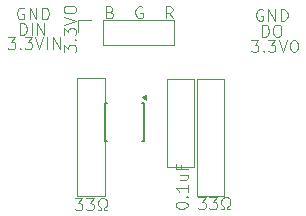
<source format=gbr>
%TF.GenerationSoftware,KiCad,Pcbnew,8.0.3*%
%TF.CreationDate,2024-07-12T00:46:39-05:00*%
%TF.ProjectId,WS2811 breakout board,57533238-3131-4206-9272-65616b6f7574,rev?*%
%TF.SameCoordinates,Original*%
%TF.FileFunction,Legend,Top*%
%TF.FilePolarity,Positive*%
%FSLAX46Y46*%
G04 Gerber Fmt 4.6, Leading zero omitted, Abs format (unit mm)*
G04 Created by KiCad (PCBNEW 8.0.3) date 2024-07-12 00:46:39*
%MOMM*%
%LPD*%
G01*
G04 APERTURE LIST*
%ADD10C,0.100000*%
%ADD11C,0.120000*%
%ADD12C,0.150000*%
G04 APERTURE END LIST*
D10*
X148656031Y-82681206D02*
X150997081Y-82681206D01*
X150997081Y-90105681D01*
X148656031Y-90105681D01*
X148656031Y-82681206D01*
X141096070Y-82580875D02*
X143437120Y-82580875D01*
X143437120Y-92613950D01*
X141096070Y-92613950D01*
X141096070Y-82580875D01*
X151197743Y-82681206D02*
X153538793Y-82681206D01*
X153538793Y-92580506D01*
X151197743Y-92580506D01*
X151197743Y-82681206D01*
X149434734Y-93423888D02*
X149434734Y-93328650D01*
X149434734Y-93328650D02*
X149482353Y-93233412D01*
X149482353Y-93233412D02*
X149529972Y-93185793D01*
X149529972Y-93185793D02*
X149625210Y-93138174D01*
X149625210Y-93138174D02*
X149815686Y-93090555D01*
X149815686Y-93090555D02*
X150053781Y-93090555D01*
X150053781Y-93090555D02*
X150244257Y-93138174D01*
X150244257Y-93138174D02*
X150339495Y-93185793D01*
X150339495Y-93185793D02*
X150387115Y-93233412D01*
X150387115Y-93233412D02*
X150434734Y-93328650D01*
X150434734Y-93328650D02*
X150434734Y-93423888D01*
X150434734Y-93423888D02*
X150387115Y-93519126D01*
X150387115Y-93519126D02*
X150339495Y-93566745D01*
X150339495Y-93566745D02*
X150244257Y-93614364D01*
X150244257Y-93614364D02*
X150053781Y-93661983D01*
X150053781Y-93661983D02*
X149815686Y-93661983D01*
X149815686Y-93661983D02*
X149625210Y-93614364D01*
X149625210Y-93614364D02*
X149529972Y-93566745D01*
X149529972Y-93566745D02*
X149482353Y-93519126D01*
X149482353Y-93519126D02*
X149434734Y-93423888D01*
X150339495Y-92661983D02*
X150387115Y-92614364D01*
X150387115Y-92614364D02*
X150434734Y-92661983D01*
X150434734Y-92661983D02*
X150387115Y-92709602D01*
X150387115Y-92709602D02*
X150339495Y-92661983D01*
X150339495Y-92661983D02*
X150434734Y-92661983D01*
X150434734Y-91661984D02*
X150434734Y-92233412D01*
X150434734Y-91947698D02*
X149434734Y-91947698D01*
X149434734Y-91947698D02*
X149577591Y-92042936D01*
X149577591Y-92042936D02*
X149672829Y-92138174D01*
X149672829Y-92138174D02*
X149720448Y-92233412D01*
X149768067Y-90804841D02*
X150434734Y-90804841D01*
X149768067Y-91233412D02*
X150291876Y-91233412D01*
X150291876Y-91233412D02*
X150387115Y-91185793D01*
X150387115Y-91185793D02*
X150434734Y-91090555D01*
X150434734Y-91090555D02*
X150434734Y-90947698D01*
X150434734Y-90947698D02*
X150387115Y-90852460D01*
X150387115Y-90852460D02*
X150339495Y-90804841D01*
X149910924Y-89995317D02*
X149910924Y-90328650D01*
X150434734Y-90328650D02*
X149434734Y-90328650D01*
X149434734Y-90328650D02*
X149434734Y-89852460D01*
X151339502Y-92723781D02*
X151958549Y-92723781D01*
X151958549Y-92723781D02*
X151625216Y-93104733D01*
X151625216Y-93104733D02*
X151768073Y-93104733D01*
X151768073Y-93104733D02*
X151863311Y-93152352D01*
X151863311Y-93152352D02*
X151910930Y-93199971D01*
X151910930Y-93199971D02*
X151958549Y-93295209D01*
X151958549Y-93295209D02*
X151958549Y-93533304D01*
X151958549Y-93533304D02*
X151910930Y-93628542D01*
X151910930Y-93628542D02*
X151863311Y-93676162D01*
X151863311Y-93676162D02*
X151768073Y-93723781D01*
X151768073Y-93723781D02*
X151482359Y-93723781D01*
X151482359Y-93723781D02*
X151387121Y-93676162D01*
X151387121Y-93676162D02*
X151339502Y-93628542D01*
X152291883Y-92723781D02*
X152910930Y-92723781D01*
X152910930Y-92723781D02*
X152577597Y-93104733D01*
X152577597Y-93104733D02*
X152720454Y-93104733D01*
X152720454Y-93104733D02*
X152815692Y-93152352D01*
X152815692Y-93152352D02*
X152863311Y-93199971D01*
X152863311Y-93199971D02*
X152910930Y-93295209D01*
X152910930Y-93295209D02*
X152910930Y-93533304D01*
X152910930Y-93533304D02*
X152863311Y-93628542D01*
X152863311Y-93628542D02*
X152815692Y-93676162D01*
X152815692Y-93676162D02*
X152720454Y-93723781D01*
X152720454Y-93723781D02*
X152434740Y-93723781D01*
X152434740Y-93723781D02*
X152339502Y-93676162D01*
X152339502Y-93676162D02*
X152291883Y-93628542D01*
X153291883Y-93723781D02*
X153529978Y-93723781D01*
X153529978Y-93723781D02*
X153529978Y-93533304D01*
X153529978Y-93533304D02*
X153434740Y-93485685D01*
X153434740Y-93485685D02*
X153339502Y-93390447D01*
X153339502Y-93390447D02*
X153291883Y-93247590D01*
X153291883Y-93247590D02*
X153291883Y-93009495D01*
X153291883Y-93009495D02*
X153339502Y-92866638D01*
X153339502Y-92866638D02*
X153434740Y-92771400D01*
X153434740Y-92771400D02*
X153577597Y-92723781D01*
X153577597Y-92723781D02*
X153768073Y-92723781D01*
X153768073Y-92723781D02*
X153910930Y-92771400D01*
X153910930Y-92771400D02*
X154006168Y-92866638D01*
X154006168Y-92866638D02*
X154053787Y-93009495D01*
X154053787Y-93009495D02*
X154053787Y-93247590D01*
X154053787Y-93247590D02*
X154006168Y-93390447D01*
X154006168Y-93390447D02*
X153910930Y-93485685D01*
X153910930Y-93485685D02*
X153815692Y-93533304D01*
X153815692Y-93533304D02*
X153815692Y-93723781D01*
X153815692Y-93723781D02*
X154053787Y-93723781D01*
X156807868Y-76818811D02*
X156712630Y-76771192D01*
X156712630Y-76771192D02*
X156569773Y-76771192D01*
X156569773Y-76771192D02*
X156426916Y-76818811D01*
X156426916Y-76818811D02*
X156331678Y-76914049D01*
X156331678Y-76914049D02*
X156284059Y-77009287D01*
X156284059Y-77009287D02*
X156236440Y-77199763D01*
X156236440Y-77199763D02*
X156236440Y-77342620D01*
X156236440Y-77342620D02*
X156284059Y-77533096D01*
X156284059Y-77533096D02*
X156331678Y-77628334D01*
X156331678Y-77628334D02*
X156426916Y-77723573D01*
X156426916Y-77723573D02*
X156569773Y-77771192D01*
X156569773Y-77771192D02*
X156665011Y-77771192D01*
X156665011Y-77771192D02*
X156807868Y-77723573D01*
X156807868Y-77723573D02*
X156855487Y-77675953D01*
X156855487Y-77675953D02*
X156855487Y-77342620D01*
X156855487Y-77342620D02*
X156665011Y-77342620D01*
X157284059Y-77771192D02*
X157284059Y-76771192D01*
X157284059Y-76771192D02*
X157855487Y-77771192D01*
X157855487Y-77771192D02*
X157855487Y-76771192D01*
X158331678Y-77771192D02*
X158331678Y-76771192D01*
X158331678Y-76771192D02*
X158569773Y-76771192D01*
X158569773Y-76771192D02*
X158712630Y-76818811D01*
X158712630Y-76818811D02*
X158807868Y-76914049D01*
X158807868Y-76914049D02*
X158855487Y-77009287D01*
X158855487Y-77009287D02*
X158903106Y-77199763D01*
X158903106Y-77199763D02*
X158903106Y-77342620D01*
X158903106Y-77342620D02*
X158855487Y-77533096D01*
X158855487Y-77533096D02*
X158807868Y-77628334D01*
X158807868Y-77628334D02*
X158712630Y-77723573D01*
X158712630Y-77723573D02*
X158569773Y-77771192D01*
X158569773Y-77771192D02*
X158331678Y-77771192D01*
X139958767Y-80431601D02*
X139958767Y-79812554D01*
X139958767Y-79812554D02*
X140339719Y-80145887D01*
X140339719Y-80145887D02*
X140339719Y-80003030D01*
X140339719Y-80003030D02*
X140387338Y-79907792D01*
X140387338Y-79907792D02*
X140434957Y-79860173D01*
X140434957Y-79860173D02*
X140530195Y-79812554D01*
X140530195Y-79812554D02*
X140768290Y-79812554D01*
X140768290Y-79812554D02*
X140863528Y-79860173D01*
X140863528Y-79860173D02*
X140911148Y-79907792D01*
X140911148Y-79907792D02*
X140958767Y-80003030D01*
X140958767Y-80003030D02*
X140958767Y-80288744D01*
X140958767Y-80288744D02*
X140911148Y-80383982D01*
X140911148Y-80383982D02*
X140863528Y-80431601D01*
X140863528Y-79383982D02*
X140911148Y-79336363D01*
X140911148Y-79336363D02*
X140958767Y-79383982D01*
X140958767Y-79383982D02*
X140911148Y-79431601D01*
X140911148Y-79431601D02*
X140863528Y-79383982D01*
X140863528Y-79383982D02*
X140958767Y-79383982D01*
X139958767Y-79003030D02*
X139958767Y-78383983D01*
X139958767Y-78383983D02*
X140339719Y-78717316D01*
X140339719Y-78717316D02*
X140339719Y-78574459D01*
X140339719Y-78574459D02*
X140387338Y-78479221D01*
X140387338Y-78479221D02*
X140434957Y-78431602D01*
X140434957Y-78431602D02*
X140530195Y-78383983D01*
X140530195Y-78383983D02*
X140768290Y-78383983D01*
X140768290Y-78383983D02*
X140863528Y-78431602D01*
X140863528Y-78431602D02*
X140911148Y-78479221D01*
X140911148Y-78479221D02*
X140958767Y-78574459D01*
X140958767Y-78574459D02*
X140958767Y-78860173D01*
X140958767Y-78860173D02*
X140911148Y-78955411D01*
X140911148Y-78955411D02*
X140863528Y-79003030D01*
X139958767Y-78098268D02*
X140958767Y-77764935D01*
X140958767Y-77764935D02*
X139958767Y-77431602D01*
X139958767Y-76907792D02*
X139958767Y-76717316D01*
X139958767Y-76717316D02*
X140006386Y-76622078D01*
X140006386Y-76622078D02*
X140101624Y-76526840D01*
X140101624Y-76526840D02*
X140292100Y-76479221D01*
X140292100Y-76479221D02*
X140625433Y-76479221D01*
X140625433Y-76479221D02*
X140815909Y-76526840D01*
X140815909Y-76526840D02*
X140911148Y-76622078D01*
X140911148Y-76622078D02*
X140958767Y-76717316D01*
X140958767Y-76717316D02*
X140958767Y-76907792D01*
X140958767Y-76907792D02*
X140911148Y-77003030D01*
X140911148Y-77003030D02*
X140815909Y-77098268D01*
X140815909Y-77098268D02*
X140625433Y-77145887D01*
X140625433Y-77145887D02*
X140292100Y-77145887D01*
X140292100Y-77145887D02*
X140101624Y-77098268D01*
X140101624Y-77098268D02*
X140006386Y-77003030D01*
X140006386Y-77003030D02*
X139958767Y-76907792D01*
X136253945Y-78958402D02*
X136253945Y-77958402D01*
X136253945Y-77958402D02*
X136492040Y-77958402D01*
X136492040Y-77958402D02*
X136634897Y-78006021D01*
X136634897Y-78006021D02*
X136730135Y-78101259D01*
X136730135Y-78101259D02*
X136777754Y-78196497D01*
X136777754Y-78196497D02*
X136825373Y-78386973D01*
X136825373Y-78386973D02*
X136825373Y-78529830D01*
X136825373Y-78529830D02*
X136777754Y-78720306D01*
X136777754Y-78720306D02*
X136730135Y-78815544D01*
X136730135Y-78815544D02*
X136634897Y-78910783D01*
X136634897Y-78910783D02*
X136492040Y-78958402D01*
X136492040Y-78958402D02*
X136253945Y-78958402D01*
X137253945Y-78958402D02*
X137253945Y-77958402D01*
X137730135Y-78958402D02*
X137730135Y-77958402D01*
X137730135Y-77958402D02*
X138301563Y-78958402D01*
X138301563Y-78958402D02*
X138301563Y-77958402D01*
X136577092Y-76701721D02*
X136481854Y-76654102D01*
X136481854Y-76654102D02*
X136338997Y-76654102D01*
X136338997Y-76654102D02*
X136196140Y-76701721D01*
X136196140Y-76701721D02*
X136100902Y-76796959D01*
X136100902Y-76796959D02*
X136053283Y-76892197D01*
X136053283Y-76892197D02*
X136005664Y-77082673D01*
X136005664Y-77082673D02*
X136005664Y-77225530D01*
X136005664Y-77225530D02*
X136053283Y-77416006D01*
X136053283Y-77416006D02*
X136100902Y-77511244D01*
X136100902Y-77511244D02*
X136196140Y-77606483D01*
X136196140Y-77606483D02*
X136338997Y-77654102D01*
X136338997Y-77654102D02*
X136434235Y-77654102D01*
X136434235Y-77654102D02*
X136577092Y-77606483D01*
X136577092Y-77606483D02*
X136624711Y-77558863D01*
X136624711Y-77558863D02*
X136624711Y-77225530D01*
X136624711Y-77225530D02*
X136434235Y-77225530D01*
X137053283Y-77654102D02*
X137053283Y-76654102D01*
X137053283Y-76654102D02*
X137624711Y-77654102D01*
X137624711Y-77654102D02*
X137624711Y-76654102D01*
X138100902Y-77654102D02*
X138100902Y-76654102D01*
X138100902Y-76654102D02*
X138338997Y-76654102D01*
X138338997Y-76654102D02*
X138481854Y-76701721D01*
X138481854Y-76701721D02*
X138577092Y-76796959D01*
X138577092Y-76796959D02*
X138624711Y-76892197D01*
X138624711Y-76892197D02*
X138672330Y-77082673D01*
X138672330Y-77082673D02*
X138672330Y-77225530D01*
X138672330Y-77225530D02*
X138624711Y-77416006D01*
X138624711Y-77416006D02*
X138577092Y-77511244D01*
X138577092Y-77511244D02*
X138481854Y-77606483D01*
X138481854Y-77606483D02*
X138338997Y-77654102D01*
X138338997Y-77654102D02*
X138100902Y-77654102D01*
X155820941Y-79413235D02*
X156439988Y-79413235D01*
X156439988Y-79413235D02*
X156106655Y-79794187D01*
X156106655Y-79794187D02*
X156249512Y-79794187D01*
X156249512Y-79794187D02*
X156344750Y-79841806D01*
X156344750Y-79841806D02*
X156392369Y-79889425D01*
X156392369Y-79889425D02*
X156439988Y-79984663D01*
X156439988Y-79984663D02*
X156439988Y-80222758D01*
X156439988Y-80222758D02*
X156392369Y-80317996D01*
X156392369Y-80317996D02*
X156344750Y-80365616D01*
X156344750Y-80365616D02*
X156249512Y-80413235D01*
X156249512Y-80413235D02*
X155963798Y-80413235D01*
X155963798Y-80413235D02*
X155868560Y-80365616D01*
X155868560Y-80365616D02*
X155820941Y-80317996D01*
X156868560Y-80317996D02*
X156916179Y-80365616D01*
X156916179Y-80365616D02*
X156868560Y-80413235D01*
X156868560Y-80413235D02*
X156820941Y-80365616D01*
X156820941Y-80365616D02*
X156868560Y-80317996D01*
X156868560Y-80317996D02*
X156868560Y-80413235D01*
X157249512Y-79413235D02*
X157868559Y-79413235D01*
X157868559Y-79413235D02*
X157535226Y-79794187D01*
X157535226Y-79794187D02*
X157678083Y-79794187D01*
X157678083Y-79794187D02*
X157773321Y-79841806D01*
X157773321Y-79841806D02*
X157820940Y-79889425D01*
X157820940Y-79889425D02*
X157868559Y-79984663D01*
X157868559Y-79984663D02*
X157868559Y-80222758D01*
X157868559Y-80222758D02*
X157820940Y-80317996D01*
X157820940Y-80317996D02*
X157773321Y-80365616D01*
X157773321Y-80365616D02*
X157678083Y-80413235D01*
X157678083Y-80413235D02*
X157392369Y-80413235D01*
X157392369Y-80413235D02*
X157297131Y-80365616D01*
X157297131Y-80365616D02*
X157249512Y-80317996D01*
X158154274Y-79413235D02*
X158487607Y-80413235D01*
X158487607Y-80413235D02*
X158820940Y-79413235D01*
X159344750Y-79413235D02*
X159535226Y-79413235D01*
X159535226Y-79413235D02*
X159630464Y-79460854D01*
X159630464Y-79460854D02*
X159725702Y-79556092D01*
X159725702Y-79556092D02*
X159773321Y-79746568D01*
X159773321Y-79746568D02*
X159773321Y-80079901D01*
X159773321Y-80079901D02*
X159725702Y-80270377D01*
X159725702Y-80270377D02*
X159630464Y-80365616D01*
X159630464Y-80365616D02*
X159535226Y-80413235D01*
X159535226Y-80413235D02*
X159344750Y-80413235D01*
X159344750Y-80413235D02*
X159249512Y-80365616D01*
X159249512Y-80365616D02*
X159154274Y-80270377D01*
X159154274Y-80270377D02*
X159106655Y-80079901D01*
X159106655Y-80079901D02*
X159106655Y-79746568D01*
X159106655Y-79746568D02*
X159154274Y-79556092D01*
X159154274Y-79556092D02*
X159249512Y-79460854D01*
X159249512Y-79460854D02*
X159344750Y-79413235D01*
X135222286Y-79162370D02*
X135841333Y-79162370D01*
X135841333Y-79162370D02*
X135508000Y-79543322D01*
X135508000Y-79543322D02*
X135650857Y-79543322D01*
X135650857Y-79543322D02*
X135746095Y-79590941D01*
X135746095Y-79590941D02*
X135793714Y-79638560D01*
X135793714Y-79638560D02*
X135841333Y-79733798D01*
X135841333Y-79733798D02*
X135841333Y-79971893D01*
X135841333Y-79971893D02*
X135793714Y-80067131D01*
X135793714Y-80067131D02*
X135746095Y-80114751D01*
X135746095Y-80114751D02*
X135650857Y-80162370D01*
X135650857Y-80162370D02*
X135365143Y-80162370D01*
X135365143Y-80162370D02*
X135269905Y-80114751D01*
X135269905Y-80114751D02*
X135222286Y-80067131D01*
X136269905Y-80067131D02*
X136317524Y-80114751D01*
X136317524Y-80114751D02*
X136269905Y-80162370D01*
X136269905Y-80162370D02*
X136222286Y-80114751D01*
X136222286Y-80114751D02*
X136269905Y-80067131D01*
X136269905Y-80067131D02*
X136269905Y-80162370D01*
X136650857Y-79162370D02*
X137269904Y-79162370D01*
X137269904Y-79162370D02*
X136936571Y-79543322D01*
X136936571Y-79543322D02*
X137079428Y-79543322D01*
X137079428Y-79543322D02*
X137174666Y-79590941D01*
X137174666Y-79590941D02*
X137222285Y-79638560D01*
X137222285Y-79638560D02*
X137269904Y-79733798D01*
X137269904Y-79733798D02*
X137269904Y-79971893D01*
X137269904Y-79971893D02*
X137222285Y-80067131D01*
X137222285Y-80067131D02*
X137174666Y-80114751D01*
X137174666Y-80114751D02*
X137079428Y-80162370D01*
X137079428Y-80162370D02*
X136793714Y-80162370D01*
X136793714Y-80162370D02*
X136698476Y-80114751D01*
X136698476Y-80114751D02*
X136650857Y-80067131D01*
X137555619Y-79162370D02*
X137888952Y-80162370D01*
X137888952Y-80162370D02*
X138222285Y-79162370D01*
X138555619Y-80162370D02*
X138555619Y-79162370D01*
X139031809Y-80162370D02*
X139031809Y-79162370D01*
X139031809Y-79162370D02*
X139603237Y-80162370D01*
X139603237Y-80162370D02*
X139603237Y-79162370D01*
X140909570Y-92809811D02*
X141528617Y-92809811D01*
X141528617Y-92809811D02*
X141195284Y-93190763D01*
X141195284Y-93190763D02*
X141338141Y-93190763D01*
X141338141Y-93190763D02*
X141433379Y-93238382D01*
X141433379Y-93238382D02*
X141480998Y-93286001D01*
X141480998Y-93286001D02*
X141528617Y-93381239D01*
X141528617Y-93381239D02*
X141528617Y-93619334D01*
X141528617Y-93619334D02*
X141480998Y-93714572D01*
X141480998Y-93714572D02*
X141433379Y-93762192D01*
X141433379Y-93762192D02*
X141338141Y-93809811D01*
X141338141Y-93809811D02*
X141052427Y-93809811D01*
X141052427Y-93809811D02*
X140957189Y-93762192D01*
X140957189Y-93762192D02*
X140909570Y-93714572D01*
X141861951Y-92809811D02*
X142480998Y-92809811D01*
X142480998Y-92809811D02*
X142147665Y-93190763D01*
X142147665Y-93190763D02*
X142290522Y-93190763D01*
X142290522Y-93190763D02*
X142385760Y-93238382D01*
X142385760Y-93238382D02*
X142433379Y-93286001D01*
X142433379Y-93286001D02*
X142480998Y-93381239D01*
X142480998Y-93381239D02*
X142480998Y-93619334D01*
X142480998Y-93619334D02*
X142433379Y-93714572D01*
X142433379Y-93714572D02*
X142385760Y-93762192D01*
X142385760Y-93762192D02*
X142290522Y-93809811D01*
X142290522Y-93809811D02*
X142004808Y-93809811D01*
X142004808Y-93809811D02*
X141909570Y-93762192D01*
X141909570Y-93762192D02*
X141861951Y-93714572D01*
X142861951Y-93809811D02*
X143100046Y-93809811D01*
X143100046Y-93809811D02*
X143100046Y-93619334D01*
X143100046Y-93619334D02*
X143004808Y-93571715D01*
X143004808Y-93571715D02*
X142909570Y-93476477D01*
X142909570Y-93476477D02*
X142861951Y-93333620D01*
X142861951Y-93333620D02*
X142861951Y-93095525D01*
X142861951Y-93095525D02*
X142909570Y-92952668D01*
X142909570Y-92952668D02*
X143004808Y-92857430D01*
X143004808Y-92857430D02*
X143147665Y-92809811D01*
X143147665Y-92809811D02*
X143338141Y-92809811D01*
X143338141Y-92809811D02*
X143480998Y-92857430D01*
X143480998Y-92857430D02*
X143576236Y-92952668D01*
X143576236Y-92952668D02*
X143623855Y-93095525D01*
X143623855Y-93095525D02*
X143623855Y-93333620D01*
X143623855Y-93333620D02*
X143576236Y-93476477D01*
X143576236Y-93476477D02*
X143480998Y-93571715D01*
X143480998Y-93571715D02*
X143385760Y-93619334D01*
X143385760Y-93619334D02*
X143385760Y-93809811D01*
X143385760Y-93809811D02*
X143623855Y-93809811D01*
X156752269Y-79103798D02*
X156752269Y-78103798D01*
X156752269Y-78103798D02*
X156990364Y-78103798D01*
X156990364Y-78103798D02*
X157133221Y-78151417D01*
X157133221Y-78151417D02*
X157228459Y-78246655D01*
X157228459Y-78246655D02*
X157276078Y-78341893D01*
X157276078Y-78341893D02*
X157323697Y-78532369D01*
X157323697Y-78532369D02*
X157323697Y-78675226D01*
X157323697Y-78675226D02*
X157276078Y-78865702D01*
X157276078Y-78865702D02*
X157228459Y-78960940D01*
X157228459Y-78960940D02*
X157133221Y-79056179D01*
X157133221Y-79056179D02*
X156990364Y-79103798D01*
X156990364Y-79103798D02*
X156752269Y-79103798D01*
X157942745Y-78103798D02*
X158133221Y-78103798D01*
X158133221Y-78103798D02*
X158228459Y-78151417D01*
X158228459Y-78151417D02*
X158323697Y-78246655D01*
X158323697Y-78246655D02*
X158371316Y-78437131D01*
X158371316Y-78437131D02*
X158371316Y-78770464D01*
X158371316Y-78770464D02*
X158323697Y-78960940D01*
X158323697Y-78960940D02*
X158228459Y-79056179D01*
X158228459Y-79056179D02*
X158133221Y-79103798D01*
X158133221Y-79103798D02*
X157942745Y-79103798D01*
X157942745Y-79103798D02*
X157847507Y-79056179D01*
X157847507Y-79056179D02*
X157752269Y-78960940D01*
X157752269Y-78960940D02*
X157704650Y-78770464D01*
X157704650Y-78770464D02*
X157704650Y-78437131D01*
X157704650Y-78437131D02*
X157752269Y-78246655D01*
X157752269Y-78246655D02*
X157847507Y-78151417D01*
X157847507Y-78151417D02*
X157942745Y-78103798D01*
X143877217Y-77028609D02*
X144020074Y-77076228D01*
X144020074Y-77076228D02*
X144067693Y-77123847D01*
X144067693Y-77123847D02*
X144115312Y-77219085D01*
X144115312Y-77219085D02*
X144115312Y-77361942D01*
X144115312Y-77361942D02*
X144067693Y-77457180D01*
X144067693Y-77457180D02*
X144020074Y-77504800D01*
X144020074Y-77504800D02*
X143924836Y-77552419D01*
X143924836Y-77552419D02*
X143543884Y-77552419D01*
X143543884Y-77552419D02*
X143543884Y-76552419D01*
X143543884Y-76552419D02*
X143877217Y-76552419D01*
X143877217Y-76552419D02*
X143972455Y-76600038D01*
X143972455Y-76600038D02*
X144020074Y-76647657D01*
X144020074Y-76647657D02*
X144067693Y-76742895D01*
X144067693Y-76742895D02*
X144067693Y-76838133D01*
X144067693Y-76838133D02*
X144020074Y-76933371D01*
X144020074Y-76933371D02*
X143972455Y-76980990D01*
X143972455Y-76980990D02*
X143877217Y-77028609D01*
X143877217Y-77028609D02*
X143543884Y-77028609D01*
X146591503Y-76600038D02*
X146496265Y-76552419D01*
X146496265Y-76552419D02*
X146353408Y-76552419D01*
X146353408Y-76552419D02*
X146210551Y-76600038D01*
X146210551Y-76600038D02*
X146115313Y-76695276D01*
X146115313Y-76695276D02*
X146067694Y-76790514D01*
X146067694Y-76790514D02*
X146020075Y-76980990D01*
X146020075Y-76980990D02*
X146020075Y-77123847D01*
X146020075Y-77123847D02*
X146067694Y-77314323D01*
X146067694Y-77314323D02*
X146115313Y-77409561D01*
X146115313Y-77409561D02*
X146210551Y-77504800D01*
X146210551Y-77504800D02*
X146353408Y-77552419D01*
X146353408Y-77552419D02*
X146448646Y-77552419D01*
X146448646Y-77552419D02*
X146591503Y-77504800D01*
X146591503Y-77504800D02*
X146639122Y-77457180D01*
X146639122Y-77457180D02*
X146639122Y-77123847D01*
X146639122Y-77123847D02*
X146448646Y-77123847D01*
X149162932Y-77552419D02*
X148829599Y-77076228D01*
X148591504Y-77552419D02*
X148591504Y-76552419D01*
X148591504Y-76552419D02*
X148972456Y-76552419D01*
X148972456Y-76552419D02*
X149067694Y-76600038D01*
X149067694Y-76600038D02*
X149115313Y-76647657D01*
X149115313Y-76647657D02*
X149162932Y-76742895D01*
X149162932Y-76742895D02*
X149162932Y-76885752D01*
X149162932Y-76885752D02*
X149115313Y-76980990D01*
X149115313Y-76980990D02*
X149067694Y-77028609D01*
X149067694Y-77028609D02*
X148972456Y-77076228D01*
X148972456Y-77076228D02*
X148591504Y-77076228D01*
D11*
%TO.C,REF\u002A\u002A*%
X141180000Y-77680000D02*
X142240000Y-77680000D01*
X141180000Y-78740000D02*
X141180000Y-77680000D01*
X143240000Y-77680000D02*
X149300000Y-77680000D01*
X143240000Y-79800000D02*
X143240000Y-77680000D01*
X143240000Y-79800000D02*
X149300000Y-79800000D01*
X149300000Y-79800000D02*
X149300000Y-77680000D01*
D12*
X143480000Y-84735000D02*
X143480000Y-87985000D01*
X143655000Y-84735000D02*
X143480000Y-84735000D01*
X143655000Y-87985000D02*
X143480000Y-87985000D01*
X146730000Y-84735000D02*
X146555000Y-84735000D01*
X146730000Y-84735000D02*
X146730000Y-87985000D01*
X146730000Y-87985000D02*
X146555000Y-87985000D01*
D11*
X146885000Y-84500000D02*
X146555000Y-84260000D01*
X146885000Y-84020000D01*
X146885000Y-84500000D01*
G36*
X146885000Y-84500000D02*
G01*
X146555000Y-84260000D01*
X146885000Y-84020000D01*
X146885000Y-84500000D01*
G37*
%TD*%
M02*

</source>
